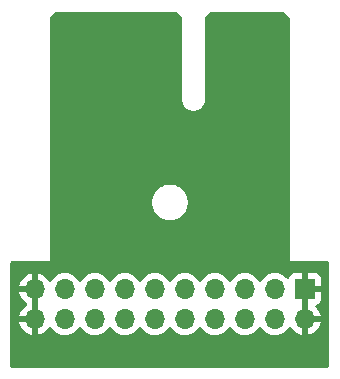
<source format=gbr>
%TF.GenerationSoftware,KiCad,Pcbnew,7.0.7-7.0.7~ubuntu22.04.1*%
%TF.CreationDate,2023-10-27T12:25:05+02:00*%
%TF.ProjectId,logic_probe,6c6f6769-635f-4707-926f-62652e6b6963,rev?*%
%TF.SameCoordinates,Original*%
%TF.FileFunction,Copper,L3,Inr*%
%TF.FilePolarity,Positive*%
%FSLAX46Y46*%
G04 Gerber Fmt 4.6, Leading zero omitted, Abs format (unit mm)*
G04 Created by KiCad (PCBNEW 7.0.7-7.0.7~ubuntu22.04.1) date 2023-10-27 12:25:05*
%MOMM*%
%LPD*%
G01*
G04 APERTURE LIST*
%TA.AperFunction,ComponentPad*%
%ADD10R,1.700000X1.700000*%
%TD*%
%TA.AperFunction,ComponentPad*%
%ADD11O,1.700000X1.700000*%
%TD*%
%TA.AperFunction,ViaPad*%
%ADD12C,0.400000*%
%TD*%
G04 APERTURE END LIST*
D10*
%TO.N,GND*%
%TO.C,J2*%
X111435000Y-102350000D03*
D11*
X111435000Y-104890000D03*
%TO.N,/D0*%
X108895000Y-102350000D03*
%TO.N,/D8*%
X108895000Y-104890000D03*
%TO.N,/D1*%
X106355000Y-102350000D03*
%TO.N,/D9*%
X106355000Y-104890000D03*
%TO.N,/D2*%
X103815000Y-102350000D03*
%TO.N,/D10*%
X103815000Y-104890000D03*
%TO.N,/D3*%
X101275000Y-102350000D03*
%TO.N,/D11*%
X101275000Y-104890000D03*
%TO.N,/D4*%
X98735000Y-102350000D03*
%TO.N,/D12*%
X98735000Y-104890000D03*
%TO.N,/D5*%
X96195000Y-102350000D03*
%TO.N,/D13*%
X96195000Y-104890000D03*
%TO.N,/D6*%
X93655000Y-102350000D03*
%TO.N,/D14*%
X93655000Y-104890000D03*
%TO.N,/D7*%
X91115000Y-102350000D03*
%TO.N,/D15*%
X91115000Y-104890000D03*
%TO.N,GND*%
X88575000Y-102350000D03*
X88575000Y-104890000D03*
%TD*%
D12*
%TO.N,GND*%
X108500000Y-85500000D03*
X106500000Y-85500000D03*
X104500000Y-85500000D03*
X100500000Y-85500000D03*
X98500000Y-85500000D03*
X96500000Y-85500000D03*
X94500000Y-85500000D03*
X92500000Y-85500000D03*
X90500000Y-85500000D03*
%TD*%
%TA.AperFunction,Conductor*%
%TO.N,GND*%
G36*
X88752512Y-102849507D02*
G01*
X88805315Y-102895262D01*
X88825000Y-102962301D01*
X88825000Y-104277698D01*
X88805315Y-104344737D01*
X88752511Y-104390492D01*
X88683355Y-104400436D01*
X88610766Y-104390000D01*
X88610763Y-104390000D01*
X88539237Y-104390000D01*
X88539233Y-104390000D01*
X88466645Y-104400436D01*
X88397487Y-104390492D01*
X88344684Y-104344736D01*
X88325000Y-104277698D01*
X88325000Y-102962301D01*
X88344685Y-102895262D01*
X88397489Y-102849507D01*
X88466647Y-102839563D01*
X88539237Y-102850000D01*
X88539238Y-102850000D01*
X88610762Y-102850000D01*
X88610763Y-102850000D01*
X88683353Y-102839563D01*
X88752512Y-102849507D01*
G37*
%TD.AperFunction*%
%TA.AperFunction,Conductor*%
G36*
X111612512Y-102849507D02*
G01*
X111665315Y-102895262D01*
X111685000Y-102962301D01*
X111685000Y-104277698D01*
X111665315Y-104344737D01*
X111612511Y-104390492D01*
X111543355Y-104400436D01*
X111470766Y-104390000D01*
X111470763Y-104390000D01*
X111399237Y-104390000D01*
X111399233Y-104390000D01*
X111326645Y-104400436D01*
X111257487Y-104390492D01*
X111204684Y-104344736D01*
X111185000Y-104277698D01*
X111185000Y-103740000D01*
X111184999Y-102962301D01*
X111204683Y-102895262D01*
X111257487Y-102849507D01*
X111326646Y-102839563D01*
X111333380Y-102840531D01*
X111399237Y-102850000D01*
X111399238Y-102850000D01*
X111470762Y-102850000D01*
X111470763Y-102850000D01*
X111543353Y-102839563D01*
X111612512Y-102849507D01*
G37*
%TD.AperFunction*%
%TA.AperFunction,Conductor*%
G36*
X100565469Y-78870185D02*
G01*
X100586111Y-78886819D01*
X101013180Y-79313888D01*
X101046665Y-79375211D01*
X101049499Y-79401569D01*
X101049500Y-86264416D01*
X101047113Y-86272542D01*
X101049160Y-86292014D01*
X101049500Y-86298498D01*
X101049500Y-86299500D01*
X101049500Y-86300000D01*
X101049500Y-86393616D01*
X101058839Y-86440568D01*
X101064831Y-86470692D01*
X101064229Y-86477413D01*
X101068098Y-86489320D01*
X101069942Y-86496388D01*
X101086025Y-86577245D01*
X101086028Y-86577255D01*
X101119834Y-86658870D01*
X101120657Y-86666526D01*
X101126937Y-86677403D01*
X101130528Y-86684685D01*
X101157676Y-86750228D01*
X101157684Y-86750242D01*
X101211311Y-86830501D01*
X101213974Y-86839007D01*
X101219703Y-86845369D01*
X101230657Y-86859453D01*
X101261694Y-86905903D01*
X101261700Y-86905911D01*
X101335396Y-86979607D01*
X101340248Y-86988492D01*
X101347108Y-86993477D01*
X101361903Y-87006114D01*
X101394088Y-87038299D01*
X101394092Y-87038302D01*
X101486945Y-87100345D01*
X101494178Y-87109000D01*
X101501659Y-87112331D01*
X101520113Y-87122508D01*
X101549756Y-87142315D01*
X101554337Y-87144763D01*
X101561565Y-87149291D01*
X101564840Y-87151670D01*
X101586097Y-87157369D01*
X101634029Y-87177224D01*
X101659724Y-87187867D01*
X101669342Y-87195618D01*
X101676879Y-87197220D01*
X101698554Y-87203951D01*
X101722743Y-87213971D01*
X101722747Y-87213972D01*
X101722749Y-87213973D01*
X101722750Y-87213973D01*
X101728581Y-87215742D01*
X101728538Y-87215880D01*
X101746877Y-87221706D01*
X101768367Y-87223046D01*
X101846610Y-87238610D01*
X101858436Y-87244796D01*
X101865495Y-87244796D01*
X101889687Y-87247179D01*
X101894079Y-87248052D01*
X101906382Y-87250499D01*
X101906383Y-87250500D01*
X101914505Y-87250500D01*
X101940286Y-87253210D01*
X101940364Y-87253226D01*
X101960103Y-87250500D01*
X102039896Y-87250500D01*
X102053571Y-87254515D01*
X102059713Y-87253210D01*
X102085494Y-87250500D01*
X102093617Y-87250500D01*
X102093617Y-87250499D01*
X102106780Y-87247881D01*
X102110313Y-87247179D01*
X102134505Y-87244796D01*
X102135729Y-87244796D01*
X102153388Y-87238610D01*
X102231627Y-87223048D01*
X102246648Y-87224392D01*
X102251578Y-87222197D01*
X102271461Y-87215881D01*
X102271419Y-87215742D01*
X102277246Y-87213973D01*
X102277251Y-87213973D01*
X102301446Y-87203950D01*
X102323120Y-87197220D01*
X102325343Y-87196747D01*
X102340269Y-87187869D01*
X102413902Y-87157369D01*
X102429641Y-87155677D01*
X102438427Y-87149294D01*
X102445658Y-87144766D01*
X102450226Y-87142323D01*
X102450231Y-87142322D01*
X102479888Y-87122505D01*
X102498341Y-87112330D01*
X102501262Y-87111029D01*
X102513049Y-87100347D01*
X102605908Y-87038302D01*
X102638097Y-87006112D01*
X102652896Y-86993473D01*
X102656103Y-86991142D01*
X102664599Y-86979610D01*
X102738302Y-86905908D01*
X102747825Y-86891654D01*
X102769345Y-86859450D01*
X102780298Y-86845366D01*
X102783347Y-86841979D01*
X102788689Y-86830498D01*
X102842317Y-86750239D01*
X102842318Y-86750236D01*
X102842322Y-86750231D01*
X102869478Y-86684670D01*
X102873066Y-86677396D01*
X102877601Y-86669540D01*
X102880165Y-86658870D01*
X102913973Y-86577251D01*
X102930061Y-86496369D01*
X102931904Y-86489308D01*
X102934819Y-86480336D01*
X102935169Y-86470689D01*
X102950500Y-86393616D01*
X102950500Y-86300000D01*
X102950500Y-86299500D01*
X102950500Y-86298488D01*
X102950840Y-86292002D01*
X102952478Y-86276416D01*
X102950500Y-86264415D01*
X102950500Y-79401569D01*
X102970185Y-79334530D01*
X102986819Y-79313888D01*
X103413888Y-78886819D01*
X103475211Y-78853334D01*
X103501569Y-78850500D01*
X109598430Y-78850500D01*
X109665469Y-78870185D01*
X109686111Y-78886819D01*
X110113180Y-79313888D01*
X110146665Y-79375211D01*
X110149499Y-79401569D01*
X110149499Y-87301254D01*
X110149500Y-87301264D01*
X110149500Y-99975467D01*
X110149416Y-99975889D01*
X110149459Y-100000001D01*
X110149500Y-100000099D01*
X110149616Y-100000382D01*
X110149618Y-100000384D01*
X110149808Y-100000462D01*
X110150000Y-100000541D01*
X110150002Y-100000539D01*
X110174616Y-100000524D01*
X110174616Y-100000528D01*
X110174760Y-100000500D01*
X113375500Y-100000500D01*
X113442539Y-100020185D01*
X113488294Y-100072989D01*
X113499500Y-100124500D01*
X113499500Y-108875500D01*
X113479815Y-108942539D01*
X113427011Y-108988294D01*
X113375500Y-108999500D01*
X86624500Y-108999500D01*
X86557461Y-108979815D01*
X86511706Y-108927011D01*
X86500500Y-108875500D01*
X86500500Y-105140000D01*
X87244364Y-105140000D01*
X87301567Y-105353486D01*
X87301570Y-105353492D01*
X87401399Y-105567578D01*
X87536894Y-105761082D01*
X87703917Y-105928105D01*
X87897421Y-106063600D01*
X88111507Y-106163429D01*
X88111516Y-106163433D01*
X88325000Y-106220634D01*
X88325000Y-105502301D01*
X88344685Y-105435262D01*
X88397489Y-105389507D01*
X88466647Y-105379563D01*
X88539237Y-105390000D01*
X88539238Y-105390000D01*
X88610762Y-105390000D01*
X88610763Y-105390000D01*
X88683353Y-105379563D01*
X88752512Y-105389507D01*
X88805315Y-105435262D01*
X88825000Y-105502301D01*
X88825000Y-106220633D01*
X89038483Y-106163433D01*
X89038492Y-106163429D01*
X89252578Y-106063600D01*
X89446082Y-105928105D01*
X89613105Y-105761082D01*
X89743119Y-105575405D01*
X89797696Y-105531781D01*
X89867195Y-105524588D01*
X89929549Y-105556110D01*
X89946269Y-105575405D01*
X90076505Y-105761401D01*
X90243599Y-105928495D01*
X90340384Y-105996264D01*
X90437165Y-106064032D01*
X90437167Y-106064033D01*
X90437170Y-106064035D01*
X90651337Y-106163903D01*
X90879592Y-106225063D01*
X91067918Y-106241539D01*
X91114999Y-106245659D01*
X91115000Y-106245659D01*
X91115001Y-106245659D01*
X91154234Y-106242226D01*
X91350408Y-106225063D01*
X91578663Y-106163903D01*
X91792830Y-106064035D01*
X91986401Y-105928495D01*
X92153495Y-105761401D01*
X92283424Y-105575842D01*
X92338002Y-105532217D01*
X92407500Y-105525023D01*
X92469855Y-105556546D01*
X92486575Y-105575842D01*
X92616281Y-105761082D01*
X92616505Y-105761401D01*
X92783599Y-105928495D01*
X92880384Y-105996264D01*
X92977165Y-106064032D01*
X92977167Y-106064033D01*
X92977170Y-106064035D01*
X93191337Y-106163903D01*
X93419592Y-106225063D01*
X93607918Y-106241539D01*
X93654999Y-106245659D01*
X93655000Y-106245659D01*
X93655001Y-106245659D01*
X93694234Y-106242226D01*
X93890408Y-106225063D01*
X94118663Y-106163903D01*
X94332830Y-106064035D01*
X94526401Y-105928495D01*
X94693495Y-105761401D01*
X94823424Y-105575842D01*
X94878002Y-105532217D01*
X94947500Y-105525023D01*
X95009855Y-105556546D01*
X95026575Y-105575842D01*
X95156281Y-105761082D01*
X95156505Y-105761401D01*
X95323599Y-105928495D01*
X95420384Y-105996264D01*
X95517165Y-106064032D01*
X95517167Y-106064033D01*
X95517170Y-106064035D01*
X95731337Y-106163903D01*
X95959592Y-106225063D01*
X96147918Y-106241539D01*
X96194999Y-106245659D01*
X96195000Y-106245659D01*
X96195001Y-106245659D01*
X96234234Y-106242226D01*
X96430408Y-106225063D01*
X96658663Y-106163903D01*
X96872830Y-106064035D01*
X97066401Y-105928495D01*
X97233495Y-105761401D01*
X97363424Y-105575842D01*
X97418002Y-105532217D01*
X97487500Y-105525023D01*
X97549855Y-105556546D01*
X97566575Y-105575842D01*
X97696281Y-105761082D01*
X97696505Y-105761401D01*
X97863599Y-105928495D01*
X97960384Y-105996264D01*
X98057165Y-106064032D01*
X98057167Y-106064033D01*
X98057170Y-106064035D01*
X98271337Y-106163903D01*
X98499592Y-106225063D01*
X98687918Y-106241539D01*
X98734999Y-106245659D01*
X98735000Y-106245659D01*
X98735001Y-106245659D01*
X98774234Y-106242226D01*
X98970408Y-106225063D01*
X99198663Y-106163903D01*
X99412830Y-106064035D01*
X99606401Y-105928495D01*
X99773495Y-105761401D01*
X99903424Y-105575842D01*
X99958002Y-105532217D01*
X100027500Y-105525023D01*
X100089855Y-105556546D01*
X100106575Y-105575842D01*
X100236281Y-105761082D01*
X100236505Y-105761401D01*
X100403599Y-105928495D01*
X100500384Y-105996264D01*
X100597165Y-106064032D01*
X100597167Y-106064033D01*
X100597170Y-106064035D01*
X100811337Y-106163903D01*
X101039592Y-106225063D01*
X101227918Y-106241539D01*
X101274999Y-106245659D01*
X101275000Y-106245659D01*
X101275001Y-106245659D01*
X101314234Y-106242226D01*
X101510408Y-106225063D01*
X101738663Y-106163903D01*
X101952830Y-106064035D01*
X102146401Y-105928495D01*
X102313495Y-105761401D01*
X102443424Y-105575842D01*
X102498002Y-105532217D01*
X102567500Y-105525023D01*
X102629855Y-105556546D01*
X102646575Y-105575842D01*
X102776281Y-105761082D01*
X102776505Y-105761401D01*
X102943599Y-105928495D01*
X103040384Y-105996264D01*
X103137165Y-106064032D01*
X103137167Y-106064033D01*
X103137170Y-106064035D01*
X103351337Y-106163903D01*
X103579592Y-106225063D01*
X103767918Y-106241539D01*
X103814999Y-106245659D01*
X103815000Y-106245659D01*
X103815001Y-106245659D01*
X103854234Y-106242226D01*
X104050408Y-106225063D01*
X104278663Y-106163903D01*
X104492830Y-106064035D01*
X104686401Y-105928495D01*
X104853495Y-105761401D01*
X104983424Y-105575842D01*
X105038002Y-105532217D01*
X105107500Y-105525023D01*
X105169855Y-105556546D01*
X105186575Y-105575842D01*
X105316281Y-105761082D01*
X105316505Y-105761401D01*
X105483599Y-105928495D01*
X105580384Y-105996264D01*
X105677165Y-106064032D01*
X105677167Y-106064033D01*
X105677170Y-106064035D01*
X105891337Y-106163903D01*
X106119592Y-106225063D01*
X106307918Y-106241539D01*
X106354999Y-106245659D01*
X106355000Y-106245659D01*
X106355001Y-106245659D01*
X106394234Y-106242226D01*
X106590408Y-106225063D01*
X106818663Y-106163903D01*
X107032830Y-106064035D01*
X107226401Y-105928495D01*
X107393495Y-105761401D01*
X107523424Y-105575842D01*
X107578002Y-105532217D01*
X107647500Y-105525023D01*
X107709855Y-105556546D01*
X107726575Y-105575842D01*
X107856281Y-105761082D01*
X107856505Y-105761401D01*
X108023599Y-105928495D01*
X108120384Y-105996264D01*
X108217165Y-106064032D01*
X108217167Y-106064033D01*
X108217170Y-106064035D01*
X108431337Y-106163903D01*
X108659592Y-106225063D01*
X108847918Y-106241539D01*
X108894999Y-106245659D01*
X108895000Y-106245659D01*
X108895001Y-106245659D01*
X108934234Y-106242226D01*
X109130408Y-106225063D01*
X109358663Y-106163903D01*
X109572830Y-106064035D01*
X109766401Y-105928495D01*
X109933495Y-105761401D01*
X110063730Y-105575405D01*
X110118307Y-105531781D01*
X110187805Y-105524587D01*
X110250160Y-105556110D01*
X110266879Y-105575405D01*
X110396890Y-105761078D01*
X110563917Y-105928105D01*
X110757421Y-106063600D01*
X110971507Y-106163429D01*
X110971516Y-106163433D01*
X111185000Y-106220634D01*
X111185000Y-105502301D01*
X111204685Y-105435262D01*
X111257489Y-105389507D01*
X111326647Y-105379563D01*
X111399237Y-105390000D01*
X111399238Y-105390000D01*
X111470762Y-105390000D01*
X111470763Y-105390000D01*
X111543353Y-105379563D01*
X111612512Y-105389507D01*
X111665315Y-105435262D01*
X111685000Y-105502301D01*
X111685000Y-106220633D01*
X111898483Y-106163433D01*
X111898492Y-106163429D01*
X112112578Y-106063600D01*
X112306082Y-105928105D01*
X112473105Y-105761082D01*
X112608600Y-105567578D01*
X112708429Y-105353492D01*
X112708432Y-105353486D01*
X112765636Y-105140000D01*
X112048347Y-105140000D01*
X111981308Y-105120315D01*
X111935553Y-105067511D01*
X111925609Y-104998353D01*
X111929369Y-104981067D01*
X111935000Y-104961888D01*
X111935000Y-104818111D01*
X111929369Y-104798933D01*
X111929370Y-104729064D01*
X111967145Y-104670286D01*
X112030701Y-104641262D01*
X112048347Y-104640000D01*
X112765636Y-104640000D01*
X112765635Y-104639999D01*
X112708432Y-104426513D01*
X112708429Y-104426507D01*
X112608600Y-104212422D01*
X112608599Y-104212420D01*
X112473113Y-104018926D01*
X112473108Y-104018920D01*
X112350665Y-103896477D01*
X112317180Y-103835154D01*
X112322164Y-103765462D01*
X112364036Y-103709529D01*
X112395013Y-103692614D01*
X112527086Y-103643354D01*
X112527093Y-103643350D01*
X112642187Y-103557190D01*
X112642190Y-103557187D01*
X112728350Y-103442093D01*
X112728354Y-103442086D01*
X112778596Y-103307379D01*
X112778598Y-103307372D01*
X112784999Y-103247844D01*
X112785000Y-103247827D01*
X112785000Y-102600000D01*
X112048347Y-102600000D01*
X111981308Y-102580315D01*
X111935553Y-102527511D01*
X111925609Y-102458353D01*
X111929369Y-102441067D01*
X111935000Y-102421888D01*
X111935000Y-102278111D01*
X111929369Y-102258933D01*
X111929370Y-102189064D01*
X111967145Y-102130286D01*
X112030701Y-102101262D01*
X112048347Y-102100000D01*
X112785000Y-102100000D01*
X112785000Y-101452172D01*
X112784999Y-101452155D01*
X112778598Y-101392627D01*
X112778596Y-101392620D01*
X112728354Y-101257913D01*
X112728350Y-101257906D01*
X112642190Y-101142812D01*
X112642187Y-101142809D01*
X112527093Y-101056649D01*
X112527086Y-101056645D01*
X112392379Y-101006403D01*
X112392372Y-101006401D01*
X112332844Y-101000000D01*
X111685000Y-101000000D01*
X111685000Y-101737698D01*
X111665315Y-101804737D01*
X111612511Y-101850492D01*
X111543355Y-101860436D01*
X111470766Y-101850000D01*
X111470763Y-101850000D01*
X111399237Y-101850000D01*
X111399233Y-101850000D01*
X111326645Y-101860436D01*
X111257487Y-101850492D01*
X111204684Y-101804736D01*
X111185000Y-101737698D01*
X111185000Y-101000000D01*
X110537155Y-101000000D01*
X110477627Y-101006401D01*
X110477620Y-101006403D01*
X110342913Y-101056645D01*
X110342906Y-101056649D01*
X110227812Y-101142809D01*
X110227809Y-101142812D01*
X110141649Y-101257906D01*
X110141645Y-101257913D01*
X110092578Y-101389470D01*
X110050707Y-101445404D01*
X109985242Y-101469821D01*
X109916969Y-101454969D01*
X109888715Y-101433819D01*
X109844366Y-101389470D01*
X109766401Y-101311505D01*
X109766397Y-101311502D01*
X109766396Y-101311501D01*
X109572834Y-101175967D01*
X109572830Y-101175965D01*
X109501727Y-101142809D01*
X109358663Y-101076097D01*
X109358659Y-101076096D01*
X109358655Y-101076094D01*
X109130413Y-101014938D01*
X109130403Y-101014936D01*
X108895001Y-100994341D01*
X108894999Y-100994341D01*
X108659596Y-101014936D01*
X108659586Y-101014938D01*
X108431344Y-101076094D01*
X108431335Y-101076098D01*
X108217171Y-101175964D01*
X108217169Y-101175965D01*
X108023597Y-101311505D01*
X107856505Y-101478597D01*
X107726575Y-101664158D01*
X107671998Y-101707783D01*
X107602500Y-101714977D01*
X107540145Y-101683454D01*
X107523425Y-101664158D01*
X107393494Y-101478597D01*
X107226402Y-101311506D01*
X107226395Y-101311501D01*
X107032834Y-101175967D01*
X107032830Y-101175965D01*
X106961727Y-101142809D01*
X106818663Y-101076097D01*
X106818659Y-101076096D01*
X106818655Y-101076094D01*
X106590413Y-101014938D01*
X106590403Y-101014936D01*
X106355001Y-100994341D01*
X106354999Y-100994341D01*
X106119596Y-101014936D01*
X106119586Y-101014938D01*
X105891344Y-101076094D01*
X105891335Y-101076098D01*
X105677171Y-101175964D01*
X105677169Y-101175965D01*
X105483597Y-101311505D01*
X105316505Y-101478597D01*
X105186575Y-101664158D01*
X105131998Y-101707783D01*
X105062500Y-101714977D01*
X105000145Y-101683454D01*
X104983425Y-101664158D01*
X104853494Y-101478597D01*
X104686402Y-101311506D01*
X104686395Y-101311501D01*
X104492834Y-101175967D01*
X104492830Y-101175965D01*
X104421727Y-101142809D01*
X104278663Y-101076097D01*
X104278659Y-101076096D01*
X104278655Y-101076094D01*
X104050413Y-101014938D01*
X104050403Y-101014936D01*
X103815001Y-100994341D01*
X103814999Y-100994341D01*
X103579596Y-101014936D01*
X103579586Y-101014938D01*
X103351344Y-101076094D01*
X103351335Y-101076098D01*
X103137171Y-101175964D01*
X103137169Y-101175965D01*
X102943597Y-101311505D01*
X102776508Y-101478594D01*
X102646574Y-101664159D01*
X102591997Y-101707784D01*
X102522498Y-101714976D01*
X102460144Y-101683454D01*
X102443424Y-101664158D01*
X102313494Y-101478597D01*
X102146402Y-101311506D01*
X102146395Y-101311501D01*
X101952834Y-101175967D01*
X101952830Y-101175965D01*
X101881727Y-101142809D01*
X101738663Y-101076097D01*
X101738659Y-101076096D01*
X101738655Y-101076094D01*
X101510413Y-101014938D01*
X101510403Y-101014936D01*
X101275001Y-100994341D01*
X101274999Y-100994341D01*
X101039596Y-101014936D01*
X101039586Y-101014938D01*
X100811344Y-101076094D01*
X100811335Y-101076098D01*
X100597171Y-101175964D01*
X100597169Y-101175965D01*
X100403597Y-101311505D01*
X100236505Y-101478597D01*
X100106575Y-101664158D01*
X100051998Y-101707783D01*
X99982500Y-101714977D01*
X99920145Y-101683454D01*
X99903425Y-101664158D01*
X99773494Y-101478597D01*
X99606402Y-101311506D01*
X99606395Y-101311501D01*
X99412834Y-101175967D01*
X99412830Y-101175965D01*
X99341727Y-101142809D01*
X99198663Y-101076097D01*
X99198659Y-101076096D01*
X99198655Y-101076094D01*
X98970413Y-101014938D01*
X98970403Y-101014936D01*
X98735001Y-100994341D01*
X98734999Y-100994341D01*
X98499596Y-101014936D01*
X98499586Y-101014938D01*
X98271344Y-101076094D01*
X98271335Y-101076098D01*
X98057171Y-101175964D01*
X98057169Y-101175965D01*
X97863597Y-101311505D01*
X97696505Y-101478597D01*
X97566575Y-101664158D01*
X97511998Y-101707783D01*
X97442500Y-101714977D01*
X97380145Y-101683454D01*
X97363425Y-101664158D01*
X97233494Y-101478597D01*
X97066402Y-101311506D01*
X97066395Y-101311501D01*
X96872834Y-101175967D01*
X96872830Y-101175965D01*
X96801727Y-101142809D01*
X96658663Y-101076097D01*
X96658659Y-101076096D01*
X96658655Y-101076094D01*
X96430413Y-101014938D01*
X96430403Y-101014936D01*
X96195001Y-100994341D01*
X96194999Y-100994341D01*
X95959596Y-101014936D01*
X95959586Y-101014938D01*
X95731344Y-101076094D01*
X95731335Y-101076098D01*
X95517171Y-101175964D01*
X95517169Y-101175965D01*
X95323597Y-101311505D01*
X95156505Y-101478597D01*
X95026575Y-101664158D01*
X94971998Y-101707783D01*
X94902500Y-101714977D01*
X94840145Y-101683454D01*
X94823425Y-101664158D01*
X94693494Y-101478597D01*
X94526402Y-101311506D01*
X94526395Y-101311501D01*
X94332834Y-101175967D01*
X94332830Y-101175965D01*
X94261727Y-101142809D01*
X94118663Y-101076097D01*
X94118659Y-101076096D01*
X94118655Y-101076094D01*
X93890413Y-101014938D01*
X93890403Y-101014936D01*
X93655001Y-100994341D01*
X93654999Y-100994341D01*
X93419596Y-101014936D01*
X93419586Y-101014938D01*
X93191344Y-101076094D01*
X93191335Y-101076098D01*
X92977171Y-101175964D01*
X92977169Y-101175965D01*
X92783597Y-101311505D01*
X92616505Y-101478597D01*
X92486575Y-101664158D01*
X92431998Y-101707783D01*
X92362500Y-101714977D01*
X92300145Y-101683454D01*
X92283425Y-101664158D01*
X92153494Y-101478597D01*
X91986402Y-101311506D01*
X91986395Y-101311501D01*
X91792834Y-101175967D01*
X91792830Y-101175965D01*
X91721727Y-101142809D01*
X91578663Y-101076097D01*
X91578659Y-101076096D01*
X91578655Y-101076094D01*
X91350413Y-101014938D01*
X91350403Y-101014936D01*
X91115001Y-100994341D01*
X91114999Y-100994341D01*
X90879596Y-101014936D01*
X90879586Y-101014938D01*
X90651344Y-101076094D01*
X90651335Y-101076098D01*
X90437171Y-101175964D01*
X90437169Y-101175965D01*
X90243597Y-101311505D01*
X90076508Y-101478594D01*
X89946269Y-101664595D01*
X89891692Y-101708219D01*
X89822193Y-101715412D01*
X89759839Y-101683890D01*
X89743119Y-101664594D01*
X89613113Y-101478926D01*
X89613108Y-101478920D01*
X89446082Y-101311894D01*
X89252578Y-101176399D01*
X89038492Y-101076570D01*
X89038486Y-101076567D01*
X88825000Y-101019364D01*
X88825000Y-101737698D01*
X88805315Y-101804737D01*
X88752511Y-101850492D01*
X88683355Y-101860436D01*
X88610766Y-101850000D01*
X88610763Y-101850000D01*
X88539237Y-101850000D01*
X88539233Y-101850000D01*
X88466645Y-101860436D01*
X88397487Y-101850492D01*
X88344684Y-101804736D01*
X88325000Y-101737698D01*
X88325000Y-101019364D01*
X88324999Y-101019364D01*
X88111513Y-101076567D01*
X88111507Y-101076570D01*
X87897422Y-101176399D01*
X87897420Y-101176400D01*
X87703926Y-101311886D01*
X87703920Y-101311891D01*
X87536891Y-101478920D01*
X87536886Y-101478926D01*
X87401400Y-101672420D01*
X87401399Y-101672422D01*
X87301570Y-101886507D01*
X87301567Y-101886513D01*
X87244364Y-102099999D01*
X87244364Y-102100000D01*
X87961653Y-102100000D01*
X88028692Y-102119685D01*
X88074447Y-102172489D01*
X88084391Y-102241647D01*
X88080631Y-102258933D01*
X88075000Y-102278111D01*
X88075000Y-102421888D01*
X88080631Y-102441067D01*
X88080630Y-102510936D01*
X88042855Y-102569714D01*
X87979299Y-102598738D01*
X87961653Y-102600000D01*
X87244364Y-102600000D01*
X87301567Y-102813486D01*
X87301570Y-102813492D01*
X87401399Y-103027578D01*
X87536894Y-103221082D01*
X87703917Y-103388105D01*
X87890031Y-103518425D01*
X87933656Y-103573003D01*
X87940848Y-103642501D01*
X87909326Y-103704856D01*
X87890031Y-103721575D01*
X87703922Y-103851890D01*
X87703920Y-103851891D01*
X87536891Y-104018920D01*
X87536886Y-104018926D01*
X87401400Y-104212420D01*
X87401399Y-104212422D01*
X87301570Y-104426507D01*
X87301567Y-104426513D01*
X87244364Y-104639999D01*
X87244364Y-104640000D01*
X87961653Y-104640000D01*
X88028692Y-104659685D01*
X88074447Y-104712489D01*
X88084391Y-104781647D01*
X88080631Y-104798933D01*
X88075000Y-104818111D01*
X88075000Y-104961888D01*
X88080631Y-104981067D01*
X88080630Y-105050936D01*
X88042855Y-105109714D01*
X87979299Y-105138738D01*
X87961653Y-105140000D01*
X87244364Y-105140000D01*
X86500500Y-105140000D01*
X86500500Y-100124500D01*
X86520185Y-100057461D01*
X86572989Y-100011706D01*
X86624500Y-100000500D01*
X89825240Y-100000500D01*
X89825383Y-100000528D01*
X89825384Y-100000524D01*
X89849997Y-100000539D01*
X89850000Y-100000541D01*
X89850383Y-100000383D01*
X89850500Y-100000099D01*
X89850499Y-100000099D01*
X89850541Y-100000000D01*
X89850540Y-99999998D01*
X89856892Y-99985028D01*
X89850521Y-99964747D01*
X89850499Y-99962417D01*
X89850500Y-95000004D01*
X98494357Y-95000004D01*
X98502350Y-95096456D01*
X98502562Y-95101579D01*
X98502562Y-95114456D01*
X98501274Y-95118839D01*
X98501940Y-95126871D01*
X98504143Y-95133570D01*
X98506264Y-95146279D01*
X98506899Y-95151367D01*
X98514891Y-95247816D01*
X98514891Y-95247818D01*
X98538654Y-95341659D01*
X98539707Y-95346679D01*
X98541825Y-95359374D01*
X98541277Y-95363902D01*
X98543256Y-95371715D01*
X98546532Y-95377962D01*
X98550714Y-95390145D01*
X98552177Y-95395058D01*
X98575432Y-95486887D01*
X98575937Y-95488881D01*
X98602565Y-95549588D01*
X98614810Y-95577503D01*
X98616675Y-95582283D01*
X98620864Y-95594488D01*
X98621069Y-95599040D01*
X98624304Y-95606415D01*
X98628567Y-95612043D01*
X98634700Y-95623377D01*
X98636949Y-95627978D01*
X98675826Y-95716605D01*
X98728764Y-95797634D01*
X98731389Y-95802039D01*
X98737521Y-95813371D01*
X98738473Y-95817831D01*
X98742879Y-95824575D01*
X98748009Y-95829422D01*
X98755927Y-95839596D01*
X98758903Y-95843766D01*
X98809371Y-95921012D01*
X98811836Y-95924785D01*
X98836306Y-95951366D01*
X98877391Y-95995998D01*
X98880706Y-95999911D01*
X98888612Y-96010070D01*
X98890284Y-96014308D01*
X98895752Y-96020249D01*
X98901599Y-96024178D01*
X98911079Y-96032904D01*
X98914703Y-96036529D01*
X98980257Y-96107739D01*
X99056624Y-96167178D01*
X99060539Y-96170493D01*
X99070026Y-96179227D01*
X99072373Y-96183133D01*
X99078730Y-96188081D01*
X99085150Y-96190998D01*
X99095935Y-96198043D01*
X99100091Y-96201009D01*
X99176491Y-96260474D01*
X99261634Y-96306551D01*
X99266010Y-96309159D01*
X99276811Y-96316216D01*
X99279772Y-96319686D01*
X99286844Y-96323514D01*
X99293664Y-96325336D01*
X99305483Y-96330521D01*
X99310057Y-96332756D01*
X99395190Y-96378828D01*
X99486767Y-96410266D01*
X99491480Y-96412105D01*
X99503300Y-96417290D01*
X99506791Y-96420224D01*
X99514421Y-96422843D01*
X99521432Y-96423517D01*
X99529378Y-96425528D01*
X99533935Y-96426682D01*
X99538823Y-96428137D01*
X99604307Y-96450618D01*
X99630385Y-96459571D01*
X99725857Y-96475502D01*
X99730861Y-96476550D01*
X99743359Y-96479715D01*
X99747285Y-96482034D01*
X99755240Y-96483362D01*
X99762274Y-96482871D01*
X99775122Y-96483936D01*
X99780187Y-96484567D01*
X99875665Y-96500500D01*
X99875666Y-96500500D01*
X99972436Y-96500500D01*
X99977556Y-96500712D01*
X99989551Y-96501705D01*
X99990419Y-96501777D01*
X99994680Y-96503421D01*
X100002715Y-96503421D01*
X100009579Y-96501778D01*
X100022453Y-96500712D01*
X100027574Y-96500500D01*
X100124330Y-96500500D01*
X100124335Y-96500500D01*
X100219854Y-96484560D01*
X100224850Y-96483938D01*
X100237730Y-96482871D01*
X100242193Y-96483789D01*
X100250141Y-96482463D01*
X100256623Y-96479719D01*
X100269158Y-96476545D01*
X100274105Y-96475508D01*
X100369614Y-96459571D01*
X100461198Y-96428129D01*
X100466055Y-96426684D01*
X100478568Y-96423516D01*
X100483120Y-96423687D01*
X100490741Y-96421071D01*
X100496691Y-96417293D01*
X100508501Y-96412113D01*
X100513251Y-96410260D01*
X100604810Y-96378828D01*
X100689970Y-96332741D01*
X100694522Y-96330517D01*
X100706340Y-96325334D01*
X100710865Y-96324752D01*
X100717935Y-96320926D01*
X100723190Y-96316215D01*
X100733999Y-96309153D01*
X100738361Y-96306553D01*
X100823509Y-96260474D01*
X100899937Y-96200986D01*
X100904025Y-96198068D01*
X100914856Y-96190993D01*
X100919221Y-96189676D01*
X100925568Y-96184735D01*
X100929972Y-96179228D01*
X100939462Y-96170492D01*
X100943349Y-96167198D01*
X101019744Y-96107738D01*
X101085313Y-96036510D01*
X101088909Y-96032914D01*
X101098405Y-96024172D01*
X101102489Y-96022157D01*
X101107949Y-96016226D01*
X101111384Y-96010073D01*
X101119315Y-95999883D01*
X101122585Y-95996022D01*
X101188164Y-95924785D01*
X101241124Y-95843723D01*
X101244055Y-95839618D01*
X101252004Y-95829405D01*
X101255699Y-95826746D01*
X101260104Y-95820004D01*
X101262481Y-95813365D01*
X101268621Y-95802020D01*
X101271224Y-95797650D01*
X101324173Y-95716607D01*
X101363068Y-95627933D01*
X101365298Y-95623377D01*
X101371421Y-95612062D01*
X101374641Y-95608816D01*
X101377882Y-95601427D01*
X101379135Y-95594483D01*
X101383329Y-95582266D01*
X101385170Y-95577546D01*
X101424063Y-95488881D01*
X101447832Y-95395019D01*
X101449280Y-95390156D01*
X101453467Y-95377960D01*
X101456103Y-95374238D01*
X101458081Y-95366428D01*
X101458174Y-95359373D01*
X101460299Y-95346638D01*
X101461344Y-95341659D01*
X101485108Y-95247821D01*
X101493103Y-95151333D01*
X101493734Y-95146278D01*
X101498508Y-95117669D01*
X101497688Y-95111928D01*
X101498088Y-95092585D01*
X101498283Y-95088814D01*
X101505643Y-95000000D01*
X101498283Y-94911189D01*
X101498088Y-94907410D01*
X101497688Y-94888072D01*
X101498789Y-94884016D01*
X101497438Y-94875919D01*
X101493731Y-94853704D01*
X101493102Y-94848660D01*
X101485108Y-94752179D01*
X101461341Y-94658327D01*
X101460295Y-94653334D01*
X101460292Y-94653319D01*
X101458175Y-94640627D01*
X101458721Y-94636102D01*
X101456743Y-94628287D01*
X101453466Y-94622037D01*
X101449283Y-94609851D01*
X101447830Y-94604976D01*
X101424063Y-94511119D01*
X101385180Y-94422475D01*
X101383326Y-94417725D01*
X101379133Y-94405509D01*
X101378927Y-94400953D01*
X101375699Y-94393592D01*
X101371435Y-94387962D01*
X101365298Y-94376621D01*
X101363052Y-94372029D01*
X101324173Y-94283393D01*
X101324173Y-94283392D01*
X101271231Y-94202358D01*
X101268618Y-94197973D01*
X101262477Y-94186626D01*
X101261524Y-94182167D01*
X101257122Y-94175428D01*
X101251994Y-94170581D01*
X101244081Y-94160415D01*
X101241102Y-94156243D01*
X101188164Y-94075215D01*
X101182884Y-94069479D01*
X101122606Y-94003999D01*
X101119291Y-94000085D01*
X101111384Y-93989926D01*
X101109711Y-93985685D01*
X101104253Y-93979757D01*
X101098398Y-93975820D01*
X101088918Y-93967092D01*
X101085294Y-93963468D01*
X101071863Y-93948879D01*
X101019744Y-93892262D01*
X100998870Y-93876015D01*
X100943378Y-93832823D01*
X100939462Y-93829507D01*
X100929970Y-93820767D01*
X100927624Y-93816863D01*
X100921279Y-93811924D01*
X100914845Y-93809000D01*
X100904055Y-93801950D01*
X100899893Y-93798978D01*
X100892501Y-93793225D01*
X100823509Y-93739526D01*
X100823504Y-93739523D01*
X100823503Y-93739522D01*
X100774906Y-93713223D01*
X100738380Y-93693456D01*
X100733985Y-93690837D01*
X100723190Y-93683784D01*
X100720227Y-93680313D01*
X100713156Y-93676486D01*
X100706332Y-93674661D01*
X100694528Y-93669483D01*
X100689925Y-93667233D01*
X100604816Y-93621175D01*
X100604813Y-93621174D01*
X100604810Y-93621172D01*
X100604804Y-93621170D01*
X100604802Y-93621169D01*
X100513258Y-93589742D01*
X100508480Y-93587877D01*
X100496690Y-93582705D01*
X100493199Y-93579771D01*
X100485584Y-93577156D01*
X100478562Y-93576481D01*
X100474750Y-93575516D01*
X100466080Y-93573320D01*
X100461168Y-93571858D01*
X100369614Y-93540429D01*
X100274141Y-93524496D01*
X100269128Y-93523445D01*
X100256648Y-93520286D01*
X100252715Y-93517962D01*
X100244768Y-93516636D01*
X100237719Y-93517127D01*
X100224888Y-93516063D01*
X100219804Y-93515430D01*
X100124336Y-93499500D01*
X100124335Y-93499500D01*
X100027541Y-93499500D01*
X100022428Y-93499288D01*
X100011122Y-93498351D01*
X100009583Y-93498224D01*
X100005328Y-93496582D01*
X99997279Y-93496582D01*
X99990414Y-93498224D01*
X99980435Y-93499051D01*
X99980291Y-93499063D01*
X99977606Y-93499285D01*
X99972495Y-93499500D01*
X99875665Y-93499500D01*
X99780194Y-93515430D01*
X99775109Y-93516064D01*
X99762277Y-93517127D01*
X99757806Y-93516207D01*
X99749862Y-93517532D01*
X99743355Y-93520285D01*
X99730872Y-93523445D01*
X99725857Y-93524497D01*
X99630383Y-93540429D01*
X99538835Y-93571856D01*
X99533929Y-93573317D01*
X99521450Y-93576478D01*
X99516890Y-93576307D01*
X99509261Y-93578925D01*
X99503304Y-93582707D01*
X99491515Y-93587879D01*
X99486740Y-93589742D01*
X99395194Y-93621170D01*
X99395183Y-93621175D01*
X99310084Y-93667228D01*
X99305479Y-93669479D01*
X99293662Y-93674663D01*
X99289135Y-93675244D01*
X99282061Y-93679072D01*
X99276804Y-93683786D01*
X99266009Y-93690839D01*
X99261607Y-93693461D01*
X99176493Y-93739524D01*
X99176489Y-93739526D01*
X99100108Y-93798976D01*
X99095944Y-93801950D01*
X99088967Y-93806509D01*
X99085138Y-93809010D01*
X99080771Y-93810327D01*
X99074428Y-93815264D01*
X99070025Y-93820771D01*
X99060532Y-93829510D01*
X99056620Y-93832824D01*
X98980255Y-93892262D01*
X98914696Y-93963477D01*
X98911071Y-93967102D01*
X98901596Y-93975824D01*
X98897509Y-93977840D01*
X98892043Y-93983778D01*
X98888604Y-93989940D01*
X98880699Y-94000095D01*
X98877390Y-94004001D01*
X98811836Y-94075215D01*
X98758903Y-94156233D01*
X98755931Y-94160397D01*
X98749308Y-94168908D01*
X98747990Y-94170601D01*
X98744294Y-94173259D01*
X98739900Y-94179984D01*
X98737520Y-94186631D01*
X98731387Y-94197962D01*
X98728764Y-94202364D01*
X98675828Y-94283390D01*
X98636952Y-94372015D01*
X98634703Y-94376616D01*
X98631673Y-94382216D01*
X98628566Y-94387958D01*
X98625350Y-94391198D01*
X98622116Y-94398571D01*
X98620863Y-94405517D01*
X98616674Y-94417717D01*
X98614811Y-94422493D01*
X98585179Y-94490047D01*
X98575939Y-94511116D01*
X98575936Y-94511122D01*
X98552177Y-94604940D01*
X98550715Y-94609851D01*
X98546533Y-94622033D01*
X98543896Y-94625755D01*
X98541917Y-94633570D01*
X98541825Y-94640622D01*
X98539707Y-94653319D01*
X98538654Y-94658339D01*
X98514891Y-94752178D01*
X98514891Y-94752183D01*
X98506899Y-94848631D01*
X98506264Y-94853719D01*
X98504143Y-94866428D01*
X98502156Y-94870530D01*
X98501490Y-94878563D01*
X98502562Y-94885542D01*
X98502562Y-94898419D01*
X98502350Y-94903542D01*
X98494357Y-94999994D01*
X98494357Y-95000004D01*
X89850500Y-95000004D01*
X89850500Y-93621175D01*
X89850500Y-87249901D01*
X89850500Y-79401568D01*
X89870185Y-79334529D01*
X89886814Y-79313892D01*
X90313888Y-78886818D01*
X90375211Y-78853334D01*
X90401569Y-78850500D01*
X100498430Y-78850500D01*
X100565469Y-78870185D01*
G37*
%TD.AperFunction*%
%TD*%
M02*

</source>
